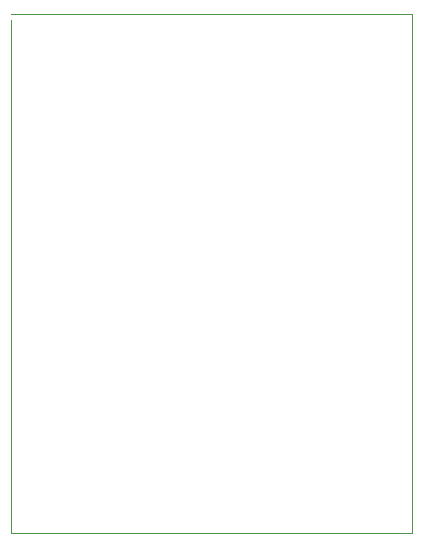
<source format=gbr>
%TF.GenerationSoftware,KiCad,Pcbnew,7.0.0-da2b9df05c~163~ubuntu20.04.1*%
%TF.CreationDate,2023-02-22T20:56:31-05:00*%
%TF.ProjectId,rgb_sw,7267625f-7377-42e6-9b69-6361645f7063,V1.0.0*%
%TF.SameCoordinates,Original*%
%TF.FileFunction,Profile,NP*%
%FSLAX46Y46*%
G04 Gerber Fmt 4.6, Leading zero omitted, Abs format (unit mm)*
G04 Created by KiCad (PCBNEW 7.0.0-da2b9df05c~163~ubuntu20.04.1) date 2023-02-22 20:56:31*
%MOMM*%
%LPD*%
G01*
G04 APERTURE LIST*
%TA.AperFunction,Profile*%
%ADD10C,0.100000*%
%TD*%
G04 APERTURE END LIST*
D10*
X132500000Y-115500000D02*
X132500000Y-72000000D01*
X166500000Y-115500000D02*
X132500000Y-115500000D01*
X166500000Y-71500000D02*
X166500000Y-115500000D01*
X132500000Y-71500000D02*
X166500000Y-71500000D01*
M02*

</source>
